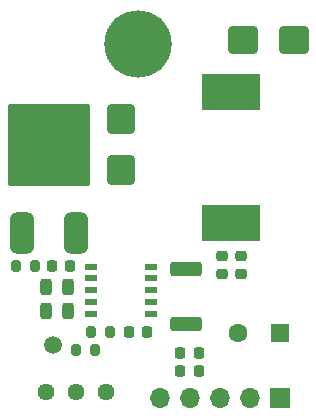
<source format=gbr>
%TF.GenerationSoftware,KiCad,Pcbnew,8.0.2*%
%TF.CreationDate,2024-05-30T14:17:59+02:00*%
%TF.ProjectId,MPPT_solar_charger_expansion_board,4d505054-5f73-46f6-9c61-725f63686172,1.00*%
%TF.SameCoordinates,Original*%
%TF.FileFunction,Soldermask,Top*%
%TF.FilePolarity,Negative*%
%FSLAX46Y46*%
G04 Gerber Fmt 4.6, Leading zero omitted, Abs format (unit mm)*
G04 Created by KiCad (PCBNEW 8.0.2) date 2024-05-30 14:17:59*
%MOMM*%
%LPD*%
G01*
G04 APERTURE LIST*
G04 Aperture macros list*
%AMRoundRect*
0 Rectangle with rounded corners*
0 $1 Rounding radius*
0 $2 $3 $4 $5 $6 $7 $8 $9 X,Y pos of 4 corners*
0 Add a 4 corners polygon primitive as box body*
4,1,4,$2,$3,$4,$5,$6,$7,$8,$9,$2,$3,0*
0 Add four circle primitives for the rounded corners*
1,1,$1+$1,$2,$3*
1,1,$1+$1,$4,$5*
1,1,$1+$1,$6,$7*
1,1,$1+$1,$8,$9*
0 Add four rect primitives between the rounded corners*
20,1,$1+$1,$2,$3,$4,$5,0*
20,1,$1+$1,$4,$5,$6,$7,0*
20,1,$1+$1,$6,$7,$8,$9,0*
20,1,$1+$1,$8,$9,$2,$3,0*%
G04 Aperture macros list end*
%ADD10C,1.500000*%
%ADD11RoundRect,0.200000X-0.200000X-0.275000X0.200000X-0.275000X0.200000X0.275000X-0.200000X0.275000X0*%
%ADD12RoundRect,0.225000X0.250000X-0.225000X0.250000X0.225000X-0.250000X0.225000X-0.250000X-0.225000X0*%
%ADD13RoundRect,0.225000X-0.225000X-0.250000X0.225000X-0.250000X0.225000X0.250000X-0.225000X0.250000X0*%
%ADD14R,1.100000X0.510000*%
%ADD15R,5.000000X3.100000*%
%ADD16RoundRect,0.250000X-1.075000X0.362500X-1.075000X-0.362500X1.075000X-0.362500X1.075000X0.362500X0*%
%ADD17RoundRect,0.200000X0.200000X0.275000X-0.200000X0.275000X-0.200000X-0.275000X0.200000X-0.275000X0*%
%ADD18RoundRect,0.500000X0.500000X-1.250000X0.500000X1.250000X-0.500000X1.250000X-0.500000X-1.250000X0*%
%ADD19RoundRect,0.250000X3.250000X-3.250000X3.250000X3.250000X-3.250000X3.250000X-3.250000X-3.250000X0*%
%ADD20RoundRect,0.250000X-0.900000X1.000000X-0.900000X-1.000000X0.900000X-1.000000X0.900000X1.000000X0*%
%ADD21R,1.600000X1.600000*%
%ADD22C,1.600000*%
%ADD23RoundRect,0.243750X0.243750X0.456250X-0.243750X0.456250X-0.243750X-0.456250X0.243750X-0.456250X0*%
%ADD24C,5.700000*%
%ADD25RoundRect,0.250000X-1.000000X-0.900000X1.000000X-0.900000X1.000000X0.900000X-1.000000X0.900000X0*%
%ADD26C,1.440000*%
%ADD27R,1.700000X1.700000*%
%ADD28O,1.700000X1.700000*%
G04 APERTURE END LIST*
D10*
%TO.C,TP2*%
X135216600Y-106411400D03*
%TD*%
D11*
%TO.C,R2*%
X132077600Y-99730200D03*
X133727600Y-99730200D03*
%TD*%
D12*
%TO.C,C2*%
X151152000Y-100391400D03*
X151152000Y-98841400D03*
%TD*%
D13*
%TO.C,C4*%
X135158000Y-99730200D03*
X136708000Y-99730200D03*
%TD*%
D14*
%TO.C,U1*%
X138476000Y-99776200D03*
X138476000Y-100776200D03*
X138476000Y-101776200D03*
X138476000Y-102776200D03*
X138476000Y-103776200D03*
X143576000Y-103776200D03*
X143576000Y-102776200D03*
X143576000Y-101776200D03*
X143576000Y-100776200D03*
X143576000Y-99776200D03*
%TD*%
D13*
%TO.C,C5*%
X141678000Y-105318200D03*
X143228000Y-105318200D03*
%TD*%
D15*
%TO.C,L1*%
X150339200Y-84973200D03*
X150339200Y-96073200D03*
%TD*%
D12*
%TO.C,C3*%
X149577200Y-100391400D03*
X149577200Y-98841400D03*
%TD*%
D13*
%TO.C,C6*%
X146037000Y-107086400D03*
X147587000Y-107086400D03*
%TD*%
D16*
%TO.C,R4*%
X146517000Y-99968500D03*
X146517000Y-104593500D03*
%TD*%
D17*
%TO.C,R1*%
X138810000Y-106832400D03*
X137160000Y-106832400D03*
%TD*%
D18*
%TO.C,Q1*%
X132596200Y-96886400D03*
D19*
X134896200Y-89486400D03*
D18*
X137176200Y-96886400D03*
%TD*%
D20*
%TO.C,D3*%
X141042800Y-87306400D03*
X141042800Y-91606400D03*
%TD*%
D21*
%TO.C,C1*%
X154428000Y-105356800D03*
D22*
X150928000Y-105356800D03*
%TD*%
D23*
%TO.C,D1*%
X136532500Y-101508200D03*
X134657500Y-101508200D03*
%TD*%
%TO.C,D2*%
X136532500Y-103540200D03*
X134657500Y-103540200D03*
%TD*%
D11*
%TO.C,R3*%
X138453000Y-105318200D03*
X140103000Y-105318200D03*
%TD*%
D24*
%TO.C,H1*%
X142428000Y-80896400D03*
%TD*%
D25*
%TO.C,D4*%
X151338800Y-80566400D03*
X155638800Y-80566400D03*
%TD*%
D13*
%TO.C,C7*%
X146037000Y-108610400D03*
X147587000Y-108610400D03*
%TD*%
D26*
%TO.C,RV1*%
X139710000Y-110388400D03*
X137170000Y-110388400D03*
X134630000Y-110388400D03*
%TD*%
D27*
%TO.C,J1*%
X154428000Y-110896400D03*
D28*
X151888000Y-110896400D03*
X149348000Y-110896400D03*
X146808000Y-110896400D03*
X144268000Y-110896400D03*
%TD*%
M02*

</source>
